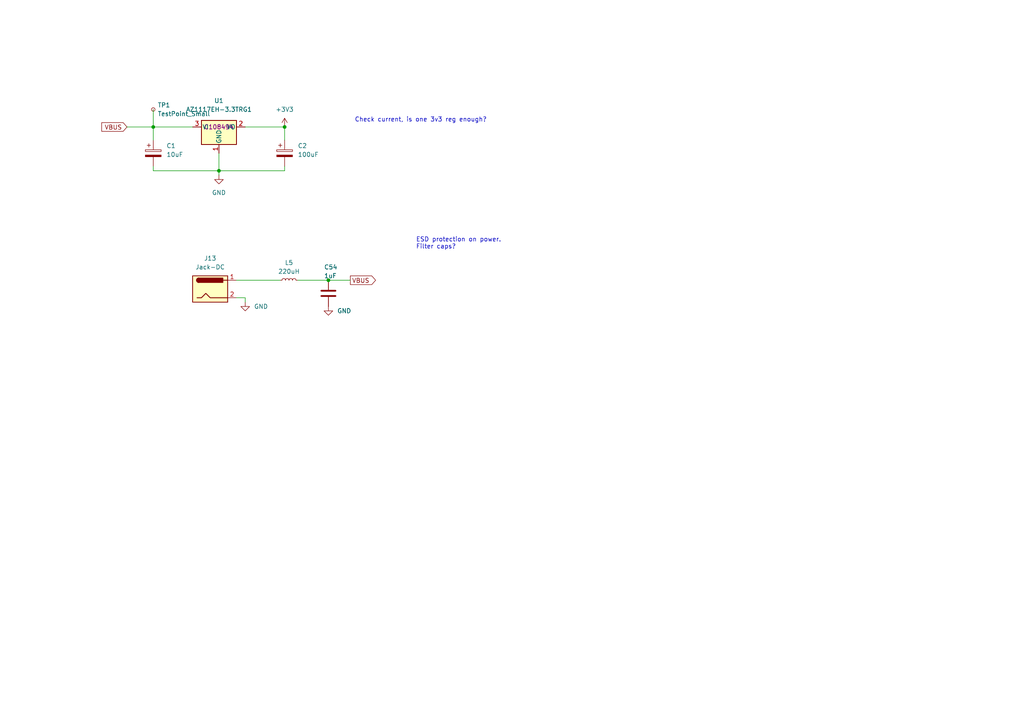
<source format=kicad_sch>
(kicad_sch (version 20211123) (generator eeschema)
  (paper "A4")
  (lib_symbols
    (symbol "Connector:Jack-DC" (pin_names (offset 1.016))
      (property "Reference" "J" (at 0 5.334 0))
      (property "Value" "Jack-DC" (at 0 -5.08 0))
      (symbol "Jack-DC_0_1"
        (rectangle (start -5.08 3.81) (end 5.08 -3.81) (stroke (width 0.254)) (fill (type background)))
        (arc (start -3.302 3.175) (mid -3.937 2.54) (end -3.302 1.905) (stroke (width 0.254)))
        (arc (start -3.302 3.175) (mid -3.937 2.54) (end -3.302 1.905) (stroke (width 0.254)) (fill (type outline)))
        (polyline (pts (xy 5.08 2.54) (xy 3.81 2.54)) (stroke (width 0.254)))
        (polyline (pts (xy -3.81 -2.54) (xy -2.54 -2.54) (xy -1.27 -1.27) (xy 0 -2.54) (xy 2.54 -2.54) (xy 5.08 -2.54)) (stroke (width 0.254)))
        (rectangle (start 3.683 3.175) (end -3.302 1.905) (stroke (width 0.254)) (fill (type outline)))
      )
      (symbol "Jack-DC_1_1"
        (pin passive line (at 7.62 2.54 180) (length 2.54) (name "~") (number "1"))
        (pin passive line (at 7.62 -2.54 180) (length 2.54) (name "~") (number "2"))
      )
    )
    (symbol "Connector:TestPoint_Small" (pin_numbers hide) (pin_names (offset 0.762) hide)
      (property "Reference" "TP" (at 0 3.81 0))
      (property "Value" "TestPoint_Small" (at 0 2.032 0))
      (symbol "TestPoint_Small_0_1"
        (circle (center 0 0) (radius 0.508))
      )
      (symbol "TestPoint_Small_1_1"
        (pin passive line (at 0 0 90) (length 0) (name "1") (number "1"))
      )
    )
    (symbol "Device:C" (pin_numbers hide) (pin_names (offset 0.254))
      (property "Reference" "C" (at 0.635 2.54 0))
      (property "Value" "C" (at 0.635 -2.54 0))
      (symbol "C_0_1"
        (polyline (pts (xy -2.032 -0.762) (xy 2.032 -0.762)) (stroke (width 0.508)))
        (polyline (pts (xy -2.032 0.762) (xy 2.032 0.762)) (stroke (width 0.508)))
      )
      (symbol "C_1_1"
        (pin passive line (at 0 3.81 270) (length 2.794) (name "~") (number "1"))
        (pin passive line (at 0 -3.81 90) (length 2.794) (name "~") (number "2"))
      )
    )
    (symbol "Device:C_Polarized" (pin_numbers hide) (pin_names (offset 0.254))
      (property "Reference" "C" (at 0.635 2.54 0))
      (property "Value" "C_Polarized" (at 0.635 -2.54 0))
      (symbol "C_Polarized_0_1"
        (rectangle (start -2.286 0.508) (end 2.286 1.016))
        (polyline (pts (xy -1.778 2.286) (xy -0.762 2.286)))
        (polyline (pts (xy -1.27 2.794) (xy -1.27 1.778)))
        (rectangle (start 2.286 -0.508) (end -2.286 -1.016) (fill (type outline)))
      )
      (symbol "C_Polarized_1_1"
        (pin passive line (at 0 3.81 270) (length 2.794) (name "~") (number "1"))
        (pin passive line (at 0 -3.81 90) (length 2.794) (name "~") (number "2"))
      )
    )
    (symbol "Device:L_Small" (pin_numbers hide) (pin_names (offset 0.254) hide)
      (property "Reference" "L" (at 0.762 1.016 0))
      (property "Value" "L_Small" (at 0.762 -1.016 0))
      (symbol "L_Small_0_1"
        (arc (start 0 -2.032) (mid 0.508 -1.524) (end 0 -1.016))
        (arc (start 0 -1.016) (mid 0.508 -0.508) (end 0 0))
        (arc (start 0 0) (mid 0.508 0.508) (end 0 1.016))
        (arc (start 0 1.016) (mid 0.508 1.524) (end 0 2.032))
      )
      (symbol "L_Small_1_1"
        (pin passive line (at 0 2.54 270) (length 0.508) (name "~") (number "1"))
        (pin passive line (at 0 -2.54 90) (length 0.508) (name "~") (number "2"))
      )
    )
    (symbol "Regulator_Linear:AP1117-33" (pin_names (offset 0.254))
      (property "Reference" "U" (at -3.81 3.175 0))
      (property "Value" "AP1117-33" (at 0 3.175 0))
      (symbol "AP1117-33_0_1"
        (rectangle (start -5.08 -5.08) (end 5.08 1.905) (stroke (width 0.254)) (fill (type background)))
      )
      (symbol "AP1117-33_1_1"
        (pin power_in line (at 0 -7.62 90) (length 2.54) (name "GND") (number "1"))
        (pin power_out line (at 7.62 0 180) (length 2.54) (name "VO") (number "2"))
        (pin power_in line (at -7.62 0 0) (length 2.54) (name "VI") (number "3"))
      )
    )
    (symbol "power:+3.3V" (power) (pin_names (offset 0))
      (property "Value" "+3.3V" (at 0 3.556 0))
      (symbol "+3.3V_0_1"
        (polyline (pts (xy -0.762 1.27) (xy 0 2.54)))
        (polyline (pts (xy 0 0) (xy 0 2.54)))
        (polyline (pts (xy 0 2.54) (xy 0.762 1.27)))
      )
      (symbol "+3.3V_1_1"
        (pin power_in line (at 0 0 90) (length 0) hide (name "+3V3") (number "1"))
      )
    )
    (symbol "power:GND" (power) (pin_names (offset 0))
      (property "Value" "GND" (at 0 -3.81 0))
      (symbol "GND_0_1"
        (polyline (pts (xy 0 0) (xy 0 -1.27) (xy 1.27 -1.27) (xy 0 -2.54) (xy -1.27 -1.27) (xy 0 -1.27)))
      )
      (symbol "GND_1_1"
        (pin power_in line (at 0 0 270) (length 0) hide (name "GND") (number "1"))
      )
    )
  )
  (junction (at 82.55 36.83))
  (junction (at 95.25 81.28))
  (junction (at 44.45 36.83))
  (junction (at 63.5 49.53))
  (wire (pts (xy 71.12 86.36) (xy 71.12 87.63)))
  (wire (pts (xy 101.6 81.28) (xy 95.25 81.28)))
  (wire (pts (xy 68.58 86.36) (xy 71.12 86.36)))
  (wire (pts (xy 44.45 36.83) (xy 44.45 40.64)))
  (wire (pts (xy 44.45 31.75) (xy 44.45 36.83)))
  (wire (pts (xy 82.55 36.83) (xy 82.55 40.64)))
  (wire (pts (xy 71.12 36.83) (xy 82.55 36.83)))
  (wire (pts (xy 81.28 81.28) (xy 68.58 81.28)))
  (wire (pts (xy 95.25 81.28) (xy 86.36 81.28)))
  (wire (pts (xy 82.55 48.26) (xy 82.55 49.53)))
  (wire (pts (xy 44.45 48.26) (xy 44.45 49.53)))
  (wire (pts (xy 63.5 49.53) (xy 63.5 50.8)))
  (wire (pts (xy 63.5 44.45) (xy 63.5 49.53)))
  (wire (pts (xy 44.45 36.83) (xy 55.88 36.83)))
  (wire (pts (xy 82.55 49.53) (xy 63.5 49.53)))
  (wire (pts (xy 44.45 49.53) (xy 63.5 49.53)))
  (wire (pts (xy 36.83 36.83) (xy 44.45 36.83)))
  (text "Check current, is one 3v3 reg enough?" (at 102.87 35.56 0) (effects (font (size 1.27 1.27)) (justify left bottom)))
  (text "ESD protection on power.\nFilter caps?" (at 120.65 72.39 0) (effects (font (size 1.27 1.27)) (justify left bottom)))
  (global_label "VBUS" (shape input) (at 36.83 36.83 180) (property "Intersheet References" "${INTERSHEET_REFS}" (effects hide)))
  (global_label "VBUS" (shape output) (at 101.6 81.28 0) (property "Intersheet References" "${INTERSHEET_REFS}" (effects hide)))
  (symbol (lib_id "Connector:TestPoint_Small") (at 44.45 31.75 0) (unit 1)
    (property "Reference" "TP1" (at 45.72 30.4799 0) (effects (justify left)))
    (property "Value" "TestPoint_Small" (at 45.72 33.0199 0) (effects (justify left)))
    (property "Footprint" "TestPoint:TestPoint_Pad_D1.5mm" (effects hide))
  )
  (symbol (lib_id "Device:C_Polarized") (at 82.55 44.45 0) (unit 1)
    (property "Reference" "C2" (at 86.36 42.2909 0) (effects (justify left)))
    (property "Value" "100uF" (at 86.36 44.8309 0) (effects (justify left)))
    (property "Footprint" "Capacitor_SMD:CP_Elec_5x5.3" (effects hide))
  )
  (symbol (lib_id "Connector:Jack-DC") (at 60.96 83.82 0) (unit 1)
    (property "Reference" "J13" (at 60.96 74.93 0))
    (property "Value" "Jack-DC" (at 60.96 77.47 0))
    (property "Footprint" "Connector_BarrelJack:BarrelJack_CLIFF_FC681465S_SMT_Horizontal" (effects hide))
  )
  (symbol (lib_id "Regulator_Linear:AP1117-33") (at 63.5 36.83 0) (unit 1)
    (property "Reference" "U1" (at 63.5 29.21 0))
    (property "Value" "AZ1117EH-3.3TRG1" (at 63.5 31.75 0))
    (property "Footprint" "Package_TO_SOT_SMD:SOT-223-3_TabPin2" (effects hide))
    (property "Datasheet" "http://www.diodes.com/datasheets/AP1117.pdf" (effects hide))
    (property "LCSC" "C108494" (at 63.5 36.83 0))
  )
  (symbol (lib_id "Device:C_Polarized") (at 44.45 44.45 0) (unit 1)
    (property "Reference" "C1" (at 48.26 42.2909 0) (effects (justify left)))
    (property "Value" "10uF" (at 48.26 44.8309 0) (effects (justify left)))
    (property "Footprint" "Capacitor_SMD:CP_Elec_5x5.3" (effects hide))
  )
  (symbol (lib_id "Device:C") (at 95.25 85.09 0) (unit 1)
    (property "Reference" "C54" (at 93.98 77.47 0) (effects (justify left)))
    (property "Value" "1uF" (at 93.98 80.01 0) (effects (justify left)))
    (property "Footprint" "Capacitor_SMD:C_0805_2012Metric_Pad1.18x1.45mm_HandSolder" (effects hide))
  )
  (symbol (lib_id "power:+3.3V") (at 82.55 36.83 0) (unit 1)
    (property "Reference" "#PWR0106" (effects hide))
    (property "Value" "+3.3V" (at 82.55 31.75 0))
  )
  (symbol (lib_id "Device:L_Small") (at 83.82 81.28 90) (unit 1)
    (property "Reference" "L5" (at 83.82 76.2 90))
    (property "Value" "220uH" (at 83.82 78.74 90))
    (property "Footprint" "Inductor_SMD:L_0805_2012Metric" (effects hide))
  )
  (symbol (lib_id "power:GND") (at 63.5 50.8 0) (unit 1)
    (property "Reference" "#PWR0105" (effects hide))
    (property "Value" "GND" (at 63.5 55.88 0))
  )
  (symbol (lib_id "power:GND") (at 71.12 87.63 0) (mirror y) (unit 1)
    (property "Reference" "#PWR0180" (effects hide))
    (property "Value" "GND" (at 73.66 88.8999 0) (effects (justify right)))
  )
  (symbol (lib_id "power:GND") (at 95.25 88.9 0) (mirror y) (unit 1)
    (property "Reference" "#PWR0171" (effects hide))
    (property "Value" "GND" (at 97.79 90.1699 0) (effects (justify right)))
  )
)
</source>
